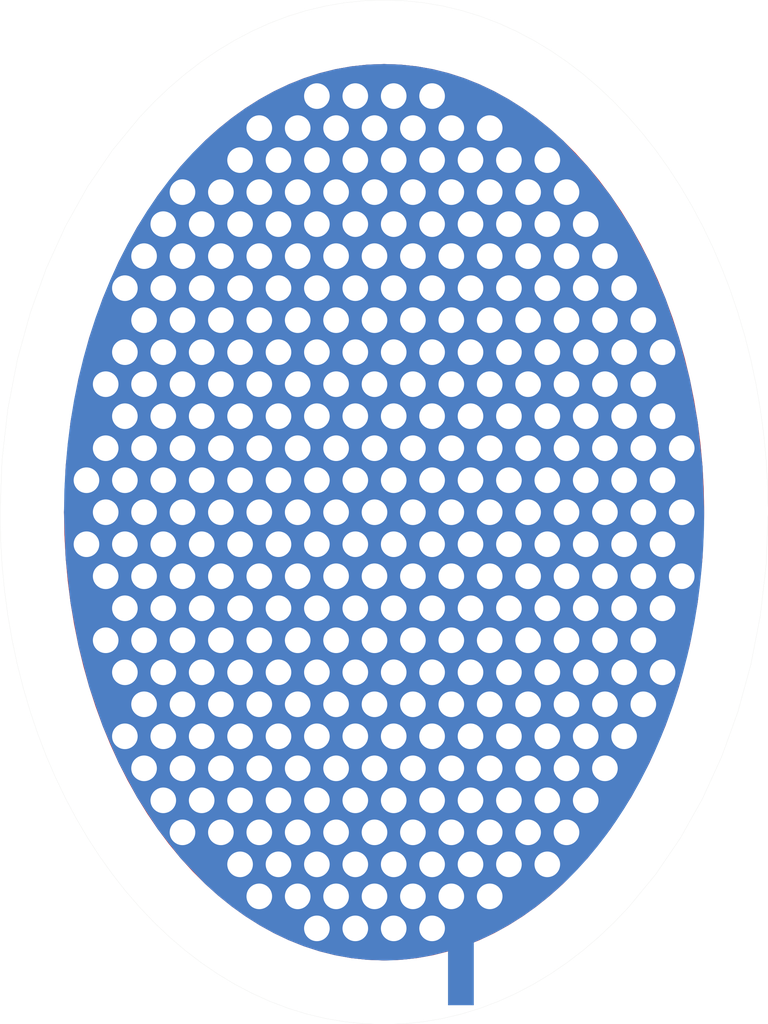
<source format=kicad_pcb>
(kicad_pcb (version 20211014) (generator pcbnew)
  (layers (0 "F.Cu" signal) (31 "B.Cu" signal) (34 "B.Paste" user) (35 "F.Paste" user) (36 "B.SilkS" user "B.Silkscreen") (37 "F.SilkS" user "F.Silkscreen") (38 "B.Mask" user) (39 "F.Mask" user) (44 "Edge.Cuts" user))
  (net 0 "")
  (footprint "" (layer "F.Cu") (at 37.25 70)
    (fp_text reference "")
    (fp_text value "")
  )
  (footprint "" (layer "F.Cu") (at 34.25 35)
    (fp_text reference "")
    (fp_text value "")
  )
  (footprint "" (layer "F.Cu") (at 56.75 82.5)
    (fp_text reference "")
    (fp_text value "")
  )
  (footprint "" (layer "F.Cu") (at 38.75 62.5)
    (fp_text reference "")
    (fp_text value "")
  )
  (footprint "" (layer "F.Cu") (at 50.75 77.5)
    (fp_text reference "")
    (fp_text value "")
  )
  (footprint "" (layer "F.Cu") (at 64.25 60)
    (fp_text reference "")
    (fp_text value "")
  )
  (footprint "" (layer "F.Cu") (at 53.75 52.5)
    (fp_text reference "")
    (fp_text value "")
  )
  (footprint "" (layer "F.Cu") (at 44.75 52.5)
    (fp_text reference "")
    (fp_text value "")
  )
  (footprint "" (layer "F.Cu") (at 56.75 37.5)
    (fp_text reference "")
    (fp_text value "")
  )
  (footprint "" (layer "F.Cu") (at 43.25 30 90)
    (fp_text reference "")
    (fp_text value "")
  )
  (footprint "" (layer "F.Cu") (at 52.25 45)
    (fp_text reference "")
    (fp_text value "")
  )
  (footprint "" (layer "F.Cu") (at 62.75 32.5)
    (fp_text reference "")
    (fp_text value "")
  )
  (footprint "" (layer "F.Cu") (at 68.75 42.5)
    (fp_text reference "")
    (fp_text value "")
  )
  (footprint "" (layer "F.Cu") (at 59.75 72.5)
    (fp_text reference "")
    (fp_text value "")
  )
  (footprint "" (layer "F.Cu") (at 34.25 40)
    (fp_text reference "")
    (fp_text value "")
  )
  (footprint "" (layer "F.Cu") (at 49.25 65)
    (fp_text reference "")
    (fp_text value "")
  )
  (footprint "" (layer "F.Cu") (at 37.25 40)
    (fp_text reference "")
    (fp_text value "")
  )
  (footprint "" (layer "F.Cu") (at 49.25 60)
    (fp_text reference "")
    (fp_text value "")
  )
  (footprint "" (layer "F.Cu") (at 58.25 75)
    (fp_text reference "")
    (fp_text value "")
  )
  (footprint "" (layer "F.Cu") (at 61.25 55)
    (fp_text reference "")
    (fp_text value "")
  )
  (footprint "" (layer "F.Cu") (at 53.75 82.5)
    (fp_text reference "")
    (fp_text value "")
  )
  (footprint "" (layer "F.Cu") (at 40.25 55)
    (fp_text reference "")
    (fp_text value "")
  )
  (footprint "" (layer "F.Cu") (at 35.75 47.5)
    (fp_text reference "")
    (fp_text value "")
  )
  (footprint "" (layer "F.Cu") (at 61.25 50)
    (fp_text reference "")
    (fp_text value "")
  )
  (footprint "" (layer "F.Cu") (at 61.25 65)
    (fp_text reference "")
    (fp_text value "")
  )
  (footprint "" (layer "F.Cu") (at 58.25 70)
    (fp_text reference "")
    (fp_text value "")
  )
  (footprint "" (layer "F.Cu") (at 49.25 40)
    (fp_text reference "")
    (fp_text value "")
  )
  (footprint "" (layer "F.Cu") (at 53.75 72.5)
    (fp_text reference "")
    (fp_text value "")
  )
  (footprint "" (layer "F.Cu") (at 59.75 87.5)
    (fp_text reference "")
    (fp_text value "")
  )
  (footprint "" (layer "F.Cu") (at 38.75 82.5)
    (fp_text reference "")
    (fp_text value "")
  )
  (footprint "" (layer "F.Cu") (at 28.25 70)
    (fp_text reference "")
    (fp_text value "")
  )
  (footprint "" (layer "F.Cu") (at 35.75 82.5)
    (fp_text reference "")
    (fp_text value "")
  )
  (footprint "" (layer "F.Cu") (at 70.25 70)
    (fp_text reference "")
    (fp_text value "")
  )
  (footprint "" (layer "F.Cu") (at 37.25 65)
    (fp_text reference "")
    (fp_text value "")
  )
  (footprint "" (layer "F.Cu") (at 50.75 52.5)
    (fp_text reference "")
    (fp_text value "")
  )
  (footprint "" (layer "F.Cu") (at 52.25 30 90)
    (fp_text reference "")
    (fp_text value "")
  )
  (footprint "" (layer "F.Cu") (at 61.25 60)
    (fp_text reference "")
    (fp_text value "")
  )
  (footprint "" (layer "F.Cu") (at 55.25 65)
    (fp_text reference "")
    (fp_text value "")
  )
  (footprint "" (layer "F.Cu") (at 67.25 70)
    (fp_text reference "")
    (fp_text value "")
  )
  (footprint "" (layer "F.Cu") (at 31.25 50)
    (fp_text reference "")
    (fp_text value "")
  )
  (footprint "" (layer "F.Cu") (at 43.25 55)
    (fp_text reference "")
    (fp_text value "")
  )
  (footprint "" (layer "F.Cu") (at 61.25 35)
    (fp_text reference "")
    (fp_text value "")
  )
  (footprint "" (layer "F.Cu") (at 28.25 55)
    (fp_text reference "")
    (fp_text value "")
  )
  (footprint "" (layer "F.Cu") (at 31.25 55)
    (fp_text reference "")
    (fp_text value "")
  )
  (footprint "" (layer "F.Cu") (at 35.75 37.5)
    (fp_text reference "")
    (fp_text value "")
  )
  (footprint "" (layer "F.Cu") (at 38.75 32.5)
    (fp_text reference "")
    (fp_text value "")
  )
  (footprint "" (layer "F.Cu") (at 65.75 42.5)
    (fp_text reference "")
    (fp_text value "")
  )
  (footprint "" (layer "F.Cu") (at 68.75 67.5)
    (fp_text reference "")
    (fp_text value "")
  )
  (footprint "" (layer "F.Cu") (at 47.75 32.5)
    (fp_text reference "")
    (fp_text value "")
  )
  (footprint "" (layer "F.Cu") (at 53.75 32.5)
    (fp_text reference "")
    (fp_text value "")
  )
  (footprint "" (layer "F.Cu") (at 41.75 57.5)
    (fp_text reference "")
    (fp_text value "")
  )
  (footprint "" (layer "F.Cu") (at 62.75 72.5)
    (fp_text reference "")
    (fp_text value "")
  )
  (footprint "" (layer "F.Cu") (at 38.75 42.5)
    (fp_text reference "")
    (fp_text value "")
  )
  (footprint "" (layer "F.Cu") (at 46.25 35)
    (fp_text reference "")
    (fp_text value "")
  )
  (footprint "" (layer "F.Cu") (at 31.25 75)
    (fp_text reference "")
    (fp_text value "")
  )
  (footprint "" (layer "F.Cu") (at 50.75 32.5)
    (fp_text reference "")
    (fp_text value "")
  )
  (footprint "" (layer "F.Cu") (at 70.25 55)
    (fp_text reference "")
    (fp_text value "")
  )
  (footprint "" (layer "F.Cu") (at 46.25 40)
    (fp_text reference "")
    (fp_text value "")
  )
  (footprint "" (layer "F.Cu") (at 46.25 75)
    (fp_text reference "")
    (fp_text value "")
  )
  (footprint "" (layer "F.Cu") (at 44.75 72.5)
    (fp_text reference "")
    (fp_text value "")
  )
  (footprint "" (layer "F.Cu") (at 32.75 47.5)
    (fp_text reference "")
    (fp_text value "")
  )
  (footprint "" (layer "F.Cu") (at 62.75 57.5)
    (fp_text reference "")
    (fp_text value "")
  )
  (footprint "" (layer "F.Cu") (at 52.25 80)
    (fp_text reference "")
    (fp_text value "")
  )
  (footprint "" (layer "F.Cu") (at 35.75 42.5)
    (fp_text reference "")
    (fp_text value "")
  )
  (footprint "" (layer "F.Cu") (at 40.25 45)
    (fp_text reference "")
    (fp_text value "")
  )
  (footprint "" (layer "F.Cu") (at 34.25 70)
    (fp_text reference "")
    (fp_text value "")
  )
  (footprint "" (layer "F.Cu") (at 28.25 60)
    (fp_text reference "")
    (fp_text value "")
  )
  (footprint "" (layer "F.Cu") (at 61.25 70)
    (fp_text reference "")
    (fp_text value "")
  )
  (footprint "" (layer "F.Cu") (at 35.75 62.5)
    (fp_text reference "")
    (fp_text value "")
  )
  (footprint "" (layer "F.Cu") (at 65.75 52.5)
    (fp_text reference "")
    (fp_text value "")
  )
  (footprint "" (layer "F.Cu") (at 73.25 65)
    (fp_text reference "")
    (fp_text value "")
  )
  (footprint "" (layer "F.Cu") (at 49.25 35)
    (fp_text reference "")
    (fp_text value "")
  )
  (footprint "" (layer "F.Cu") (at 43.25 45)
    (fp_text reference "")
    (fp_text value "")
  )
  (footprint "" (layer "F.Cu") (at 47.75 62.5)
    (fp_text reference "")
    (fp_text value "")
  )
  (footprint "" (layer "F.Cu") (at 55.25 35)
    (fp_text reference "")
    (fp_text value "")
  )
  (footprint "" (layer "F.Cu") (at 58.25 55)
    (fp_text reference "")
    (fp_text value "")
  )
  (footprint "" (layer "F.Cu") (at 59.75 47.5)
    (fp_text reference "")
    (fp_text value "")
  )
  (footprint "" (layer "F.Cu") (at 55.25 30)
    (fp_text reference "")
    (fp_text value "")
  )
  (footprint "" (layer "F.Cu") (at 53.75 92.5)
    (fp_text reference "")
    (fp_text value "")
  )
  (footprint "" (layer "F.Cu") (at 46.25 90)
    (fp_text reference "")
    (fp_text value "")
  )
  (footprint "" (layer "F.Cu") (at 34.25 45)
    (fp_text reference "")
    (fp_text value "")
  )
  (footprint "" (layer "F.Cu") (at 70.25 45)
    (fp_text reference "")
    (fp_text value "")
  )
  (footprint "" (layer "F.Cu") (at 49.25 75)
    (fp_text reference "")
    (fp_text value "")
  )
  (footprint "" (layer "F.Cu") (at 32.75 57.5)
    (fp_text reference "")
    (fp_text value "")
  )
  (footprint "" (layer "F.Cu") (at 47.75 37.5)
    (fp_text reference "")
    (fp_text value "")
  )
  (footprint "" (layer "F.Cu") (at 43.25 50)
    (fp_text reference "")
    (fp_text value "")
  )
  (footprint "" (layer "F.Cu") (at 68.75 47.5)
    (fp_text reference "")
    (fp_text value "")
  )
  (footprint "" (layer "F.Cu") (at 58.25 30)
    (fp_text reference "")
    (fp_text value "")
  )
  (footprint "" (layer "F.Cu") (at 55.25 55)
    (fp_text reference "")
    (fp_text value "")
  )
  (footprint "" (layer "F.Cu") (at 38.75 57.5)
    (fp_text reference "")
    (fp_text value "")
  )
  (footprint "" (layer "F.Cu") (at 47.75 57.5)
    (fp_text reference "")
    (fp_text value "")
  )
  (footprint "" (layer "F.Cu") (at 26.75 62.5)
    (fp_text reference "")
    (fp_text value "")
  )
  (footprint "" (layer "F.Cu") (at 65.75 77.5)
    (fp_text reference "")
    (fp_text value "")
  )
  (footprint "" (layer "F.Cu") (at 29.75 67.5)
    (fp_text reference "")
    (fp_text value "")
  )
  (footprint "" (layer "F.Cu") (at 38.75 77.5)
    (fp_text reference "")
    (fp_text value "")
  )
  (footprint "" (layer "F.Cu") (at 46.25 70)
    (fp_text reference "")
    (fp_text value "")
  )
  (footprint "" (layer "F.Cu") (at 47.75 27.5)
    (fp_text reference "")
    (fp_text value "")
  )
  (footprint "" (layer "F.Cu") (at 40.25 40)
    (fp_text reference "")
    (fp_text value "")
  )
  (footprint "" (layer "F.Cu") (at 44.75 37.5)
    (fp_text reference "")
    (fp_text value "")
  )
  (footprint "" (layer "F.Cu") (at 58.25 65)
    (fp_text reference "")
    (fp_text value "")
  )
  (footprint "" (layer "F.Cu") (at 50.75 62.5)
    (fp_text reference "")
    (fp_text value "")
  )
  (footprint "" (layer "F.Cu") (at 73.25 60)
    (fp_text reference "")
    (fp_text value "")
  )
  (footprint "" (layer "F.Cu") (at 59.75 57.5)
    (fp_text reference "")
    (fp_text value "")
  )
  (footprint "" (layer "F.Cu") (at 44.75 77.5)
    (fp_text reference "")
    (fp_text value "")
  )
  (footprint "" (layer "F.Cu") (at 61.25 45)
    (fp_text reference "")
    (fp_text value "")
  )
  (footprint "" (layer "F.Cu") (at 64.25 40)
    (fp_text reference "")
    (fp_text value "")
  )
  (footprint "" (layer "F.Cu") (at 56.75 42.5)
    (fp_text reference "")
    (fp_text value "")
  )
  (footprint "" (layer "F.Cu") (at 40.25 90)
    (fp_text reference "")
    (fp_text value "")
  )
  (footprint "" (layer "F.Cu") (at 46.25 50)
    (fp_text reference "")
    (fp_text value "")
  )
  (footprint "" (layer "F.Cu") (at 43.25 80)
    (fp_text reference "")
    (fp_text value "")
  )
  (footprint "" (layer "F.Cu") (at 58.25 40)
    (fp_text reference "")
    (fp_text value "")
  )
  (footprint "" (layer "F.Cu") (at 44.75 42.5)
    (fp_text reference "")
    (fp_text value "")
  )
  (footprint "" (layer "F.Cu") (at 41.75 52.5)
    (fp_text reference "")
    (fp_text value "")
  )
  (footprint "" (layer "F.Cu") (at 73.25 55)
    (fp_text reference "")
    (fp_text value "")
  )
  (footprint "" (layer "F.Cu") (at 37.25 80)
    (fp_text reference "")
    (fp_text value "")
  )
  (footprint "" (layer "F.Cu") (at 50.75 37.5)
    (fp_text reference "")
    (fp_text value "")
  )
  (footprint "" (layer "F.Cu") (at 50.75 92.5)
    (fp_text reference "")
    (fp_text value "")
  )
  (footprint "" (layer "F.Cu") (at 43.25 35)
    (fp_text reference "")
    (fp_text value "")
  )
  (footprint "" (layer "F.Cu") (at 56.75 72.5)
    (fp_text reference "")
    (fp_text value "")
  )
  (footprint "" (layer "F.Cu") (at 47.75 77.5)
    (fp_text reference "")
    (fp_text value "")
  )
  (footprint "" (layer "F.Cu") (at 29.75 62.5)
    (fp_text reference "")
    (fp_text value "")
  )
  (footprint "" (layer "F.Cu") (at 53.75 57.5)
    (fp_text reference "")
    (fp_text value "")
  )
  (footprint "" (layer "F.Cu") (at 55.25 90)
    (fp_text reference "")
    (fp_text value "")
  )
  (footprint "" (layer "F.Cu") (at 67.25 60)
    (fp_text reference "")
    (fp_text value "")
  )
  (footprint "" (layer "F.Cu") (at 29.75 52.5)
    (fp_text reference "")
    (fp_text value "")
  )
  (footprint "" (layer "F.Cu") (at 44.75 27.5)
    (fp_text reference "")
    (fp_text value "")
  )
  (footprint "" (layer "F.Cu") (at 59.75 77.5)
    (fp_text reference "")
    (fp_text value "")
  )
  (footprint "" (layer "F.Cu") (at 44.75 57.5)
    (fp_text reference "")
    (fp_text value "")
  )
  (footprint "" (layer "F.Cu") (at 32.75 72.5)
    (fp_text reference "")
    (fp_text value "")
  )
  (footprint "" (layer "F.Cu") (at 49.25 70)
    (fp_text reference "")
    (fp_text value "")
  )
  (footprint "" (layer "F.Cu") (at 32.75 37.5)
    (fp_text reference "")
    (fp_text value "")
  )
  (footprint "" (layer "F.Cu") (at 41.75 62.5)
    (fp_text reference "")
    (fp_text value "")
  )
  (footprint "" (layer "F.Cu") (at 58.25 35)
    (fp_text reference "")
    (fp_text value "")
  )
  (footprint "" (layer "F.Cu") (at 68.75 57.5)
    (fp_text reference "")
    (fp_text value "")
  )
  (footprint "" (layer "F.Cu") (at 31.25 80)
    (fp_text reference "")
    (fp_text value "")
  )
  (footprint "" (layer "F.Cu") (at 40.25 35 90)
    (fp_text reference "")
    (fp_text value "")
  )
  (footprint "" (layer "F.Cu") (at 41.75 72.5)
    (fp_text reference "")
    (fp_text value "")
  )
  (footprint "" (layer "F.Cu") (at 70.25 60)
    (fp_text reference "")
    (fp_text value "")
  )
  (footprint "" (layer "F.Cu") (at 35.75 77.5)
    (fp_text reference "")
    (fp_text value "")
  )
  (footprint "" (layer "F.Cu") (at 62.75 62.5)
    (fp_text reference "")
    (fp_text value "")
  )
  (footprint "" (layer "F.Cu") (at 49.25 55)
    (fp_text reference "")
    (fp_text value "")
  )
  (footprint "" (layer "F.Cu") (at 71.75 52.5)
    (fp_text reference "")
    (fp_text value "")
  )
  (footprint "" (layer "F.Cu") (at 34.25 75)
    (fp_text reference "")
    (fp_text value "")
  )
  (footprint "" (layer "F.Cu") (at 65.75 82.5)
    (fp_text reference "")
    (fp_text value "")
  )
  (footprint "" (layer "F.Cu") (at 38.75 72.5)
    (fp_text reference "")
    (fp_text value "")
  )
  (footprint "" (layer "F.Cu") (at 38.75 37.5)
    (fp_text reference "")
    (fp_text value "")
  )
  (footprint "" (layer "F.Cu") (at 56.75 87.5)
    (fp_text reference "")
    (fp_text value "")
  )
  (footprint "" (layer "F.Cu") (at 53.75 77.5)
    (fp_text reference "")
    (fp_text value "")
  )
  (footprint "" (layer "F.Cu") (at 41.75 82.5)
    (fp_text reference "")
    (fp_text value "")
  )
  (footprint "" (layer "F.Cu") (at 68.75 62.5)
    (fp_text reference "")
    (fp_text value "")
  )
  (footprint "" (layer "F.Cu") (at 64.25 65)
    (fp_text reference "")
    (fp_text value "")
  )
  (footprint "" (layer "F.Cu") (at 37.25 85)
    (fp_text reference "")
    (fp_text value "")
  )
  (footprint "" (layer "F.Cu") (at 37.25 45)
    (fp_text reference "")
    (fp_text value "")
  )
  (footprint "" (layer "F.Cu") (at 44.75 47.5)
    (fp_text reference "")
    (fp_text value "")
  )
  (footprint "" (layer "F.Cu") (at 44.75 32.5)
    (fp_text reference "")
    (fp_text value "")
  )
  (footprint "" (layer "F.Cu") (at 47.75 52.5)
    (fp_text reference "")
    (fp_text value "")
  )
  (footprint "" (layer "F.Cu") (at 64.25 85)
    (fp_text reference "")
    (fp_text value "")
  )
  (footprint "" (layer "F.Cu") (at 67.25 45)
    (fp_text reference "")
    (fp_text value "")
  )
  (footprint "" (layer "F.Cu") (at 58.25 45)
    (fp_text reference "")
    (fp_text value "")
  )
  (footprint "" (layer "F.Cu") (at 52.25 40)
    (fp_text reference "")
    (fp_text value "")
  )
  (footprint "" (layer "F.Cu") (at 58.25 90)
    (fp_text reference "")
    (fp_text value "")
  )
  (footprint "" (layer "F.Cu") (at 43.25 60)
    (fp_text reference "")
    (fp_text value "")
  )
  (footprint "" (layer "F.Cu") (at 26.75 57.5)
    (fp_text reference "")
    (fp_text value "")
  )
  (footprint "" (layer "F.Cu") (at 46.25 45)
    (fp_text reference "")
    (fp_text value "")
  )
  (footprint "" (layer "F.Cu") (at 67.25 50)
    (fp_text reference "")
    (fp_text value "")
  )
  (footprint "" (layer "F.Cu") (at 34.25 65)
    (fp_text reference "")
    (fp_text value "")
  )
  (footprint "" (layer "F.Cu") (at 56.75 47.5)
    (fp_text reference "")
    (fp_text value "")
  )
  (footprint "" (layer "F.Cu") (at 41.75 77.5)
    (fp_text reference "")
    (fp_text value "")
  )
  (footprint "" (layer "F.Cu") (at 58.25 85)
    (fp_text reference "")
    (fp_text value "")
  )
  (footprint "" (layer "F.Cu") (at 43.25 65)
    (fp_text reference "")
    (fp_text value "")
  )
  (footprint "" (layer "F.Cu") (at 52.25 70)
    (fp_text reference "")
    (fp_text value "")
  )
  (footprint "" (layer "F.Cu") (at 52.25 50)
    (fp_text reference "")
    (fp_text value "")
  )
  (footprint "" (layer "F.Cu") (at 62.75 52.5)
    (fp_text reference "")
    (fp_text value "")
  )
  (footprint "" (layer "F.Cu") (at 40.25 85)
    (fp_text reference "")
    (fp_text value "")
  )
  (footprint "" (layer "F.Cu") (at 64.25 80)
    (fp_text reference "")
    (fp_text value "")
  )
  (footprint "" (layer "F.Cu") (at 32.75 67.5)
    (fp_text reference "")
    (fp_text value "")
  )
  (footprint "" (layer "F.Cu") (at 52.25 85)
    (fp_text reference "")
    (fp_text value "")
  )
  (footprint "" (layer "F.Cu") (at 70.25 75)
    (fp_text reference "")
    (fp_text value "")
  )
  (footprint "" (layer "F.Cu") (at 44.75 67.5)
    (fp_text reference "")
    (fp_text value "")
  )
  (footprint "" (layer "F.Cu") (at 65.75 47.5)
    (fp_text reference "")
    (fp_text value "")
  )
  (footprint "" (layer "F.Cu") (at 52.25 35)
    (fp_text reference "")
    (fp_text value "")
  )
  (footprint "" (layer "F.Cu") (at 29.75 47.5)
    (fp_text reference "")
    (fp_text value "")
  )
  (footprint "" (layer "F.Cu") (at 44.75 92.5)
    (fp_text reference "")
    (fp_text value "")
  )
  (footprint "" (layer "F.Cu") (at 62.75 87.5)
    (fp_text reference "")
    (fp_text value "")
  )
  (footprint "" (layer "F.Cu") (at 50.75 27.5)
    (fp_text reference "")
    (fp_text value "")
  )
  (footprint "" (layer "F.Cu") (at 58.25 80)
    (fp_text reference "")
    (fp_text value "")
  )
  (footprint "" (layer "F.Cu") (at 50.75 67.5)
    (fp_text reference "")
    (fp_text value "")
  )
  (footprint "" (layer "F.Cu") (at 47.75 42.5)
    (fp_text reference "")
    (fp_text value "")
  )
  (footprint "" (layer "F.Cu") (at 61.25 85)
    (fp_text reference "")
    (fp_text value "")
  )
  (footprint "" (layer "F.Cu") (at 53.75 37.5)
    (fp_text reference "")
    (fp_text value "")
  )
  (footprint "" (layer "F.Cu") (at 49.25 80)
    (fp_text reference "")
    (fp_text value "")
  )
  (footprint "" (layer "F.Cu") (at 61.25 40)
    (fp_text reference "")
    (fp_text value "")
  )
  (footprint "" (layer "F.Cu") (at 68.75 72.5)
    (fp_text reference "")
    (fp_text value "")
  )
  (footprint "" (layer "F.Cu") (at 56.75 62.5)
    (fp_text reference "")
    (fp_text value "")
  )
  (footprint "" (layer "F.Cu") (at 38.75 87.5)
    (fp_text reference "")
    (fp_text value "")
  )
  (footprint "" (layer "F.Cu") (at 34.25 60)
    (fp_text reference "")
    (fp_text value "")
  )
  (footprint "" (layer "F.Cu") (at 32.75 42.5)
    (fp_text reference "")
    (fp_text value "")
  )
  (footprint "" (layer "F.Cu") (at 49.25 85)
    (fp_text reference "")
    (fp_text value "")
  )
  (footprint "" (layer "F.Cu") (at 34.25 80)
    (fp_text reference "")
    (fp_text value "")
  )
  (footprint "" (layer "F.Cu") (at 70.25 50)
    (fp_text reference "")
    (fp_text value "")
  )
  (footprint "" (layer "F.Cu") (at 61.25 75)
    (fp_text reference "")
    (fp_text value "")
  )
  (footprint "" (layer "F.Cu") (at 56.75 32.5)
    (fp_text reference "")
    (fp_text value "")
  )
  (footprint "" (layer "F.Cu") (at 53.75 87.5)
    (fp_text reference "")
    (fp_text value "")
  )
  (footprint "" (layer "F.Cu") (at 55.25 60)
    (fp_text reference "")
    (fp_text value "")
  )
  (footprint "" (layer "F.Cu") (at 55.25 80)
    (fp_text reference "")
    (fp_text value "")
  )
  (footprint "" (layer "F.Cu") (at 28.25 50)
    (fp_text reference "")
    (fp_text value "")
  )
  (footprint "" (layer "F.Cu") (at 31.25 45)
    (fp_text reference "")
    (fp_text value "")
  )
  (footprint "" (layer "F.Cu") (at 43.25 75)
    (fp_text reference "")
    (fp_text value "")
  )
  (footprint "" (layer "F.Cu") (at 64.25 55)
    (fp_text reference "")
    (fp_text value "")
  )
  (footprint "" (layer "F.Cu") (at 56.75 52.5)
    (fp_text reference "")
    (fp_text value "")
  )
  (footprint "" (layer "F.Cu") (at 52.25 75)
    (fp_text reference "")
    (fp_text value "")
  )
  (footprint "" (layer "F.Cu") (at 53.75 42.5)
    (fp_text reference "")
    (fp_text value "")
  )
  (footprint "" (layer "F.Cu") (at 71.75 67.5)
    (fp_text reference "")
    (fp_text value "")
  )
  (footprint "" (layer "F.Cu") (at 41.75 47.5)
    (fp_text reference "")
    (fp_text value "")
  )
  (footprint "" (layer "F.Cu") (at 71.75 62.5)
    (fp_text reference "")
    (fp_text value "")
  )
  (footprint "" (layer "F.Cu") (at 50.75 57.5)
    (fp_text reference "")
    (fp_text value "")
  )
  (footprint "" (layer "F.Cu") (at 67.25 80)
    (fp_text reference "")
    (fp_text value "")
  )
  (footprint "" (layer "F.Cu") (at 35.75 67.5)
    (fp_text reference "")
    (fp_text value "")
  )
  (footprint "" (layer "F.Cu") (at 47.75 82.5)
    (fp_text reference "")
    (fp_text value "")
  )
  (footprint "" (layer "F.Cu") (at 70.25 65)
    (fp_text reference "")
    (fp_text value "")
  )
  (footprint "" (layer "F.Cu") (at 32.75 82.5)
    (fp_text reference "")
    (fp_text value "")
  )
  (footprint "" (layer "F.Cu") (at 52.25 55)
    (fp_text reference "")
    (fp_text value "")
  )
  (footprint "" (layer "F.Cu") (at 68.75 52.5)
    (fp_text reference "")
    (fp_text value "")
  )
  (footprint "" (layer "F.Cu") (at 38.75 52.5)
    (fp_text reference "")
    (fp_text value "")
  )
  (footprint "" (layer "F.Cu") (at 65.75 57.5)
    (fp_text reference "")
    (fp_text value "")
  )
  (footprint "" (layer "F.Cu") (at 49.25 30)
    (fp_text reference "")
    (fp_text value "")
  )
  (footprint "" (layer "F.Cu") (at 29.75 72.5)
    (fp_text reference "")
    (fp_text value "")
  )
  (footprint "" (layer "F.Cu") (at 35.75 57.5)
    (fp_text reference "")
    (fp_text value "")
  )
  (footprint "" (layer "F.Cu") (at 44.75 87.5)
    (fp_text reference "")
    (fp_text value "")
  )
  (footprint "" (layer "F.Cu") (at 53.75 47.5)
    (fp_text reference "")
    (fp_text value "")
  )
  (footprint "" (layer "F.Cu") (at 32.75 52.5)
    (fp_text reference "")
    (fp_text value "")
  )
  (footprint "" (layer "F.Cu") (at 64.25 70)
    (fp_text reference "")
    (fp_text value "")
  )
  (footprint "" (layer "F.Cu") (at 62.75 42.5)
    (fp_text reference "")
    (fp_text value "")
  )
  (footprint "" (layer "F.Cu") (at 40.25 50)
    (fp_text reference "")
    (fp_text value "")
  )
  (footprint "" (layer "F.Cu") (at 61.25 80)
    (fp_text reference "")
    (fp_text value "")
  )
  (footprint "" (layer "F.Cu") (at 62.75 82.5)
    (fp_text reference "")
    (fp_text value "")
  )
  (footprint "" (layer "F.Cu") (at 37.25 60)
    (fp_text reference "")
    (fp_text value "")
  )
  (footprint "" (layer "F.Cu") (at 44.75 82.5)
    (fp_text reference "")
    (fp_text value "")
  )
  (footprint "" (layer "F.Cu") (at 29.75 57.5)
    (fp_text reference "")
    (fp_text value "")
  )
  (footprint "" (layer "F.Cu") (at 56.75 57.5)
    (fp_text reference "")
    (fp_text value "")
  )
  (footprint "" (layer "F.Cu") (at 31.25 40)
    (fp_text reference "")
    (fp_text value "")
  )
  (footprint "" (layer "F.Cu") (at 50.75 47.5)
    (fp_text reference "")
    (fp_text value "")
  )
  (footprint "" (layer "F.Cu") (at 65.75 37.5)
    (fp_text reference "")
    (fp_text value "")
  )
  (footprint "" (layer "F.Cu") (at 55.25 40)
    (fp_text reference "")
    (fp_text value "")
  )
  (footprint "" (layer "F.Cu") (at 59.75 37.5)
    (fp_text reference "")
    (fp_text value "")
  )
  (footprint "" (layer "F.Cu") (at 40.25 75)
    (fp_text reference "")
    (fp_text value "")
  )
  (footprint "" (layer "F.Cu") (at 47.75 67.5)
    (fp_text reference "")
    (fp_text value "")
  )
  (footprint "" (layer "F.Cu") (at 46.25 80)
    (fp_text reference "")
    (fp_text value "")
  )
  (footprint "" (layer "F.Cu") (at 47.75 92.5)
    (fp_text reference "")
    (fp_text value "")
  )
  (footprint "" (layer "F.Cu") (at 59.75 32.5)
    (fp_text reference "")
    (fp_text value "")
  )
  (footprint "" (layer "F.Cu") (at 40.25 70)
    (fp_text reference "")
    (fp_text value "")
  )
  (footprint "" (layer "F.Cu") (at 43.25 40)
    (fp_text reference "")
    (fp_text value "")
  )
  (footprint "" (layer "F.Cu") (at 62.75 67.5)
    (fp_text reference "")
    (fp_text value "")
  )
  (footprint "" (layer "F.Cu") (at 38.75 47.5)
    (fp_text reference "")
    (fp_text value "")
  )
  (footprint "" (layer "F.Cu") (at 67.25 75)
    (fp_text reference "")
    (fp_text value "")
  )
  (footprint "" (layer "F.Cu") (at 47.75 72.5)
    (fp_text reference "")
    (fp_text value "")
  )
  (footprint "" (layer "F.Cu") (at 47.75 87.5)
    (fp_text reference "")
    (fp_text value "")
  )
  (footprint "" (layer "F.Cu") (at 55.25 70)
    (fp_text reference "")
    (fp_text value "")
  )
  (footprint "" (layer "F.Cu") (at 46.25 30 90)
    (fp_text reference "")
    (fp_text value "")
  )
  (footprint "" (layer "F.Cu") (at 59.75 52.5)
    (fp_text reference "")
    (fp_text value "")
  )
  (footprint "" (layer "F.Cu") (at 34.25 55)
    (fp_text reference "")
    (fp_text value "")
  )
  (footprint "" (layer "F.Cu") (at 58.25 50)
    (fp_text reference "")
    (fp_text value "")
  )
  (footprint "" (layer "F.Cu") (at 62.75 37.5)
    (fp_text reference "")
    (fp_text value "")
  )
  (footprint "" (layer "F.Cu") (at 46.25 85)
    (fp_text reference "")
    (fp_text value "")
  )
  (footprint "" (layer "F.Cu") (at 62.75 77.5)
    (fp_text reference "")
    (fp_text value "")
  )
  (footprint "" (layer "F.Cu") (at 41.75 32.5)
    (fp_text reference "")
    (fp_text value "")
  )
  (footprint "" (layer "F.Cu") (at 50.75 42.5)
    (fp_text reference "")
    (fp_text value "")
  )
  (footprint "" (layer "F.Cu") (at 58.25 60)
    (fp_text reference "")
    (fp_text value "")
  )
  (footprint "" (layer "F.Cu") (at 32.75 62.5)
    (fp_text reference "")
    (fp_text value "")
  )
  (footprint "" (layer "F.Cu") (at 59.75 42.5)
    (fp_text reference "")
    (fp_text value "")
  )
  (footprint "TestPoint:TestPoint_THTPad_D4.0mm_Drill2.0mm" (layer "F.Cu") (at 40.25 30)
    (fp_text reference "REF**" hide)
    (fp_text value "TestPoint_THTPad_D4.0mm_Drill2.0mm" hide)
  )
  (footprint "" (layer "F.Cu") (at 40.25 65)
    (fp_text reference "")
    (fp_text value "")
  )
  (footprint "" (layer "F.Cu") (at 52.25 90)
    (fp_text reference "")
    (fp_text value "")
  )
  (footprint "" (layer "F.Cu") (at 59.75 67.5)
    (fp_text reference "")
    (fp_text value "")
  )
  (footprint "" (layer "F.Cu") (at 38.75 67.5)
    (fp_text reference "")
    (fp_text value "")
  )
  (footprint "" (layer "F.Cu") (at 67.25 65)
    (fp_text reference "")
    (fp_text value "")
  )
  (footprint "" (layer "F.Cu") (at 49.25 90)
    (fp_text reference "")
    (fp_text value "")
  )
  (footprint "" (layer "F.Cu") (at 50.75 87.5)
    (fp_text reference "")
    (fp_text value "")
  )
  (footprint "" (layer "F.Cu") (at 47.75 47.5)
    (fp_text reference "")
    (fp_text value "")
  )
  (footprint "" (layer "F.Cu") (at 46.25 65)
    (fp_text reference "")
    (fp_text value "")
  )
  (footprint "" (layer "F.Cu") (at 53.75 27.5)
    (fp_text reference "")
    (fp_text value "")
  )
  (footprint "" (layer "F.Cu") (at 44.75 62.5)
    (fp_text reference "")
    (fp_text value "")
  )
  (footprint "" (layer "F.Cu") (at 50.75 82.5)
    (fp_text reference "")
    (fp_text value "")
  )
  (footprint "" (layer "F.Cu") (at 43.25 70)
    (fp_text reference "")
    (fp_text value "")
  )
  (footprint "" (layer "F.Cu") (at 49.25 50)
    (fp_text reference "")
    (fp_text value "")
  )
  (footprint "" (layer "F.Cu") (at 46.25 60)
    (fp_text reference "")
    (fp_text value "")
  )
  (footprint "" (layer "F.Cu") (at 31.25 65)
    (fp_text reference "")
    (fp_text value "")
  )
  (footprint "" (layer "F.Cu") (at 64.25 50)
    (fp_text reference "")
    (fp_text value "")
  )
  (footprint "" (layer "F.Cu") (at 64.25 45)
    (fp_text reference "")
    (fp_text value "")
  )
  (footprint "" (layer "F.Cu") (at 41.75 87.5)
    (fp_text reference "")
    (fp_text value "")
  )
  (footprint "" (layer "F.Cu") (at 56.75 67.5)
    (fp_text reference "")
    (fp_text value "")
  )
  (footprint "" (layer "F.Cu") (at 37.25 75)
    (fp_text reference "")
    (fp_text value "")
  )
  (footprint "" (layer "F.Cu") (at 34.25 50)
    (fp_text reference "")
    (fp_text value "")
  )
  (footprint "" (layer "F.Cu") (at 37.25 35)
    (fp_text reference "")
    (fp_text value "")
  )
  (footprint "" (layer "F.Cu") (at 29.75 77.5)
    (fp_text reference "")
    (fp_text value "")
  )
  (footprint "" (layer "F.Cu") (at 50.75 72.5)
    (fp_text reference "")
    (fp_text value "")
  )
  (footprint "" (layer "F.Cu") (at 32.75 77.5)
    (fp_text reference "")
    (fp_text value "")
  )
  (footprint "" (layer "F.Cu") (at 65.75 62.5)
    (fp_text reference "")
    (fp_text value "")
  )
  (footprint "" (layer "F.Cu") (at 68.75 77.5)
    (fp_text reference "")
    (fp_text value "")
  )
  (footprint "" (layer "F.Cu") (at 55.25 75)
    (fp_text reference "")
    (fp_text value "")
  )
  (footprint "" (layer "F.Cu") (at 64.25 75)
    (fp_text reference "")
    (fp_text value "")
  )
  (footprint "" (layer "F.Cu") (at 34.25 85)
    (fp_text reference "")
    (fp_text value "")
  )
  (footprint "" (layer "F.Cu") (at 31.25 70)
    (fp_text reference "")
    (fp_text value "")
  )
  (footprint "" (layer "F.Cu") (at 71.75 72.5)
    (fp_text reference "")
    (fp_text value "")
  )
  (footprint "" (layer "F.Cu") (at 41.75 37.5)
    (fp_text reference "")
    (fp_text value "")
  )
  (footprint "" (layer "F.Cu") (at 31.25 60)
    (fp_text reference "")
    (fp_text value "")
  )
  (footprint "" (layer "F.Cu") (at 67.25 55)
    (fp_text reference "")
    (fp_text value "")
  )
  (footprint "" (layer "F.Cu") (at 55.25 85)
    (fp_text reference "")
    (fp_text value "")
  )
  (footprint "" (layer "F.Cu") (at 37.25 50)
    (fp_text reference "")
    (fp_text value "")
  )
  (footprint "" (layer "F.Cu") (at 65.75 67.5)
    (fp_text reference "")
    (fp_text value "")
  )
  (footprint "" (layer "F.Cu") (at 71.75 57.5)
    (fp_text reference "")
    (fp_text value "")
  )
  (footprint "" (layer "F.Cu") (at 29.75 42.5)
    (fp_text reference "")
    (fp_text value "")
  )
  (footprint "" (layer "F.Cu") (at 71.75 47.5)
    (fp_text reference "")
    (fp_text value "")
  )
  (footprint "" (layer "F.Cu") (at 62.75 47.5)
    (fp_text reference "")
    (fp_text value "")
  )
  (footprint "" (layer "F.Cu") (at 40.25 80)
    (fp_text reference "")
    (fp_text value "")
  )
  (footprint "" (layer "F.Cu") (at 49.25 45)
    (fp_text reference "")
    (fp_text value "")
  )
  (footprint "" (layer "F.Cu") (at 67.25 40)
    (fp_text reference "")
    (fp_text value "")
  )
  (footprint "" (layer "F.Cu") (at 35.75 72.5)
    (fp_text reference "")
    (fp_text value "")
  )
  (footprint "" (layer "F.Cu") (at 46.25 55)
    (fp_text reference "")
    (fp_text value "")
  )
  (footprint "" (layer "F.Cu") (at 41.75 42.5)
    (fp_text reference "")
    (fp_text value "")
  )
  (footprint "" (layer "F.Cu") (at 53.75 62.5)
    (fp_text reference "")
    (fp_text value "")
  )
  (footprint "" (layer "F.Cu") (at 65.75 72.5)
    (fp_text reference "")
    (fp_text value "")
  )
  (footprint "" (layer "F.Cu") (at 59.75 82.5)
    (fp_text reference "")
    (fp_text value "")
  )
  (footprint "" (layer "F.Cu") (at 43.25 85)
    (fp_text reference "")
    (fp_text value "")
  )
  (footprint "" (layer "F.Cu") (at 52.25 60)
    (fp_text reference "")
    (fp_text value "")
  )
  (footprint "" (layer "F.Cu") (at 64.25 35)
    (fp_text reference "")
    (fp_text value "")
  )
  (footprint "" (layer "F.Cu") (at 28.25 65)
    (fp_text reference "")
    (fp_text value "")
  )
  (footprint "" (layer "F.Cu") (at 40.25 60)
    (fp_text reference "")
    (fp_text value "")
  )
  (footprint "" (layer "F.Cu") (at 53.75 67.5)
    (fp_text reference "")
    (fp_text value "")
  )
  (footprint "" (layer "F.Cu") (at 55.25 50)
    (fp_text reference "")
    (fp_text value "")
  )
  (footprint "" (layer "F.Cu") (at 59.75 62.5)
    (fp_text reference "")
    (fp_text value "")
  )
  (footprint "" (layer "F.Cu") (at 35.75 52.5)
    (fp_text reference "")
    (fp_text value "")
  )
  (footprint "" (layer "F.Cu") (at 55.25 45)
    (fp_text reference "")
    (fp_text value "")
  )
  (footprint "" (layer "F.Cu") (at 52.25 65)
    (fp_text reference "")
    (fp_text value "")
  )
  (footprint "" (layer "F.Cu") (at 56.75 77.5)
    (fp_text reference "")
    (fp_text value "")
  )
  (footprint "" (layer "F.Cu") (at 37.25 55)
    (fp_text reference "")
    (fp_text value "")
  )
  (footprint "" (layer "F.Cu") (at 43.25 90)
    (fp_text reference "")
    (fp_text value "")
  )
  (footprint "" (layer "F.Cu") (at 41.75 67.5)
    (fp_text reference "")
    (fp_text value "")
  )
  (gr_poly (pts (xy 75 59.999992) (xy 74.870928 63.578539) (xy 74.492089 67.053712) (xy 73.87605 70.40792) (xy 73.035376 73.62357) (xy 71.982636 76.683068) (xy 70.730393 79.568822) (xy 69.291216 82.263238) (xy 67.67767 84.748725) (xy 65.902323 87.007689) (xy 63.977739 89.022536) (xy 62.963411 89.932919) (xy 61.916486 90.775675) (xy 60.838535 91.548606) (xy 59.731129 92.249512) (xy 58.595839 92.876195) (xy 57.434236 93.426455) (xy 56.24789 93.898092) (xy 55.038373 94.288909) (xy 53.807254 94.596706) (xy 52.556105 94.819284) (xy 51.286497 94.954443) (xy 50 94.999985) (xy 48.713503 94.954443) (xy 47.443895 94.819284) (xy 46.192746 94.596706) (xy 44.961628 94.288909) (xy 43.75211 93.898092) (xy 42.565765 93.426455) (xy 41.404161 92.876195) (xy 40.268872 92.249512) (xy 39.161466 91.548606) (xy 38.083515 90.775675) (xy 37.03659 89.932919) (xy 36.022262 89.022536) (xy 35.042101 88.046726) (xy 34.097678 87.007689) (xy 33.190564 85.907622) (xy 32.32233 84.748725) (xy 31.494547 83.533197) (xy 30.708784 82.263238) (xy 29.966614 80.941047) (xy 29.269607 79.568822) (xy 28.619334 78.148762) (xy 28.017365 76.683068) (xy 27.465271 75.173937) (xy 26.964624 73.62357) (xy 26.516993 72.034164) (xy 26.12395 70.40792) (xy 25.787066 68.747036) (xy 25.507911 67.053712) (xy 25.288056 65.330146) (xy 25.129072 63.578539) (xy 25.03253 61.801087) (xy 25 59.999992) (xy 25.129072 56.421446) (xy 25.507911 52.946273) (xy 26.12395 49.592065) (xy 26.964624 46.376415) (xy 28.017365 43.316917) (xy 29.269607 40.431163) (xy 30.708784 37.736746) (xy 32.32233 35.251259) (xy 34.097678 32.992296) (xy 36.022262 30.977448) (xy 37.03659 30.067065) (xy 38.083515 29.224309) (xy 39.161466 28.451378) (xy 40.268872 27.750472) (xy 41.404161 27.123789) (xy 42.565765 26.573529) (xy 43.75211 26.101891) (xy 44.961628 25.711074) (xy 46.192746 25.403278) (xy 47.443895 25.1807) (xy 48.713503 25.045541) (xy 50 24.999999) (xy 51.286497 25.045541) (xy 52.556105 25.1807) (xy 53.807254 25.403278) (xy 55.038373 25.711074) (xy 56.24789 26.101891) (xy 57.434236 26.573529) (xy 58.595839 27.123789) (xy 59.731129 27.750472) (xy 60.838535 28.451378) (xy 61.916486 29.224309) (xy 62.963411 30.067065) (xy 63.977739 30.977448) (xy 64.9579 31.953258) (xy 65.902323 32.992296) (xy 66.809436 34.092363) (xy 67.67767 35.251259) (xy 68.505454 36.466787) (xy 69.291216 37.736746) (xy 70.033386 39.058938) (xy 70.730393 40.431163) (xy 71.380667 41.851222) (xy 71.982636 43.316917) (xy 72.534729 44.826047) (xy 73.035376 46.376415) (xy 73.483007 47.96582) (xy 73.87605 49.592065) (xy 74.212934 51.252948) (xy 74.492089 52.946273) (xy 74.711944 54.669838) (xy 74.870928 56.421446) (xy 74.96747 58.198897) (xy 75 59.999992)) (layer "F.Cu") (width 0.009999) (fill solid))
  (gr_poly (pts (xy 50.000235 25.00021) (xy 48.713739 25.04575) (xy 47.444131 25.180907) (xy 46.192983 25.403482) (xy 44.961865 25.711276) (xy 43.752347 26.102091) (xy 42.566002 26.573726) (xy 41.404399 27.123984) (xy 40.269109 27.750664) (xy 39.161703 28.451567) (xy 38.083752 29.224496) (xy 37.036827 30.067249) (xy 36.022499 30.97763) (xy 35.042337 31.953437) (xy 34.097914 32.992472) (xy 33.190799 34.092537) (xy 32.322565 35.251431) (xy 31.49478 36.466956) (xy 30.709017 37.736913) (xy 29.966846 39.059102) (xy 29.269838 40.431325) (xy 28.619563 41.851382) (xy 28.017593 43.317074) (xy 27.465498 44.826203) (xy 26.964849 46.376569) (xy 26.517217 47.965972) (xy 26.124172 49.592214) (xy 25.787286 51.253096) (xy 25.508129 52.946419) (xy 25.288272 54.669983) (xy 25.129286 56.42159) (xy 25.032741 58.19904) (xy 25.000209 60.000134) (xy 25.129281 63.578666) (xy 25.50812 67.053826) (xy 26.124158 70.408023) (xy 26.96483 73.623663) (xy 28.01757 76.683154) (xy 29.269811 79.568901) (xy 30.708987 82.263312) (xy 32.322531 84.748794) (xy 34.097877 87.007754) (xy 36.022459 89.0226) (xy 37.036787 89.932982) (xy 38.083711 90.775738) (xy 39.16166 91.548668) (xy 40.269065 92.249574) (xy 41.404354 92.876257) (xy 42.565956 93.426517) (xy 43.752301 93.898156) (xy 44.961818 94.288973) (xy 46.192936 94.596771) (xy 47.444084 94.81935) (xy 48.713691 94.95451) (xy 50.000187 95.000053) (xy 50.629801 94.987245) (xy 51.25868 94.952264) (xy 51.886529 94.895154) (xy 52.51305 94.815958) (xy 53.137947 94.714718) (xy 53.760923 94.591478) (xy 54.381682 94.44628) (xy 54.999928 94.279167) (xy 54.999928 98.500099) (xy 56.999805 98.500099) (xy 56.999805 93.597557) (xy 57.989856 93.162133) (xy 58.959646 92.673395) (xy 59.908442 92.132709) (xy 60.835514 91.541444) (xy 61.740127 90.900965) (xy 62.621551 90.21264) (xy 63.479052 89.477836) (xy 64.311898 88.697919) (xy 65.119357 87.874257) (xy 65.900697 87.008216) (xy 66.655185 86.101163) (xy 67.382089 85.154465) (xy 68.080677 84.169489) (xy 68.750216 83.147602) (xy 69.389974 82.090171) (xy 69.999218 80.998563) (xy 70.577217 79.874145) (xy 71.123238 78.718283) (xy 71.636549 77.532345) (xy 72.116417 76.317697) (xy 72.56211 75.075706) (xy 72.972896 73.80774) (xy 73.348042 72.515165) (xy 73.686816 71.199347) (xy 73.988486 69.861655) (xy 74.25232 68.503455) (xy 74.477584 67.126113) (xy 74.663547 65.730998) (xy 74.809477 64.319474) (xy 74.91464 62.892911) (xy 74.978306 61.452674) (xy 74.999741 60.00013) (xy 74.870672 56.421649) (xy 74.491844 52.946535) (xy 73.875822 49.592379) (xy 73.035172 46.376775) (xy 71.982459 43.317316) (xy 70.730249 40.431592) (xy 69.291108 37.737198) (xy 67.677602 35.251724) (xy 65.902295 32.992765) (xy 63.977755 30.977912) (xy 62.963449 30.067523) (xy 61.916547 29.224758) (xy 60.838619 28.451816) (xy 59.731236 27.750895) (xy 58.595969 27.124196) (xy 57.434388 26.573916) (xy 56.248065 26.102256) (xy 55.038569 25.711413) (xy 53.807472 25.403588) (xy 52.556345 25.180979) (xy 51.286757 25.045786) (xy 50.00028 25.000206) (xy 50.000235 25.00021)) (layer "B.Cu") (width 0.01) (fill solid))
  (gr_poly (pts (xy 80 59.999992) (xy 79.845113 64.08976) (xy 79.390507 68.061387) (xy 78.651259 71.894768) (xy 77.642451 75.569796) (xy 76.379162 79.066365) (xy 74.876471 82.36437) (xy 73.149458 85.443703) (xy 71.213203 88.284259) (xy 69.082786 90.865932) (xy 67.949478 92.053404) (xy 66.773285 93.168615) (xy 65.556091 94.209052) (xy 64.299781 95.172202) (xy 63.006241 96.055552) (xy 61.677354 96.856587) (xy 60.315006 97.572796) (xy 58.921082 98.201665) (xy 57.497467 98.740679) (xy 56.046046 99.187327) (xy 54.568704 99.539095) (xy 53.067326 99.793469) (xy 51.543796 99.947937) (xy 50 99.999985) (xy 48.456204 99.947937) (xy 46.932674 99.793469) (xy 45.431296 99.539095) (xy 43.953954 99.187327) (xy 42.502533 98.740679) (xy 41.078918 98.201665) (xy 39.684994 97.572796) (xy 38.322646 96.856587) (xy 36.993759 96.055552) (xy 35.700219 95.172202) (xy 34.443909 94.209052) (xy 33.226715 93.168615) (xy 32.050522 92.053404) (xy 30.917214 90.865932) (xy 29.828678 89.608713) (xy 28.786797 88.284259) (xy 27.793456 86.895085) (xy 26.850542 85.443703) (xy 25.959937 83.932627) (xy 25.123529 82.36437) (xy 24.343201 80.741445) (xy 23.620838 79.066365) (xy 22.958326 77.341644) (xy 22.357549 75.569796) (xy 21.820392 73.753332) (xy 21.348741 71.894768) (xy 20.944479 69.996615) (xy 20.609493 68.061387) (xy 20.345667 66.091597) (xy 20.154887 64.08976) (xy 20.039036 62.058387) (xy 20 59.999992) (xy 20.154887 55.910225) (xy 20.609493 51.938598) (xy 21.348741 48.105218) (xy 22.357549 44.43019) (xy 23.620838 40.93362) (xy 25.123529 37.635616) (xy 26.850542 34.556282) (xy 28.786797 31.715726) (xy 30.917214 29.134053) (xy 32.050522 27.946581) (xy 33.226715 26.83137) (xy 34.443909 25.790933) (xy 35.700219 24.827783) (xy 36.993759 23.944433) (xy 38.322646 23.143398) (xy 39.684994 22.427189) (xy 41.078918 21.79832) (xy 42.502533 21.259306) (xy 43.953954 20.812658) (xy 45.431296 20.46089) (xy 46.932674 20.206515) (xy 48.456204 20.052048) (xy 50 20) (xy 51.543796 20.052048) (xy 53.067326 20.206515) (xy 54.568704 20.46089) (xy 56.046046 20.812658) (xy 57.497467 21.259306) (xy 58.921082 21.79832) (xy 60.315006 22.427189) (xy 61.677354 23.143398) (xy 63.006241 23.944433) (xy 64.299781 24.827783) (xy 65.556091 25.790933) (xy 66.773285 26.83137) (xy 67.949478 27.946581) (xy 69.082786 29.134053) (xy 70.171322 30.391273) (xy 71.213203 31.715726) (xy 72.206544 33.1049) (xy 73.149458 34.556282) (xy 74.040063 36.067359) (xy 74.876471 37.635616) (xy 75.656799 39.258541) (xy 76.379162 40.93362) (xy 77.041674 42.658341) (xy 77.642451 44.43019) (xy 78.179608 46.246653) (xy 78.651259 48.105218) (xy 79.055521 50.003371) (xy 79.390507 51.938598) (xy 79.654333 53.908388) (xy 79.845113 55.910225) (xy 79.960964 57.941598) (xy 80 59.999992)) (layer "Edge.Cuts") (width 0.009999) (fill none))
)
</source>
